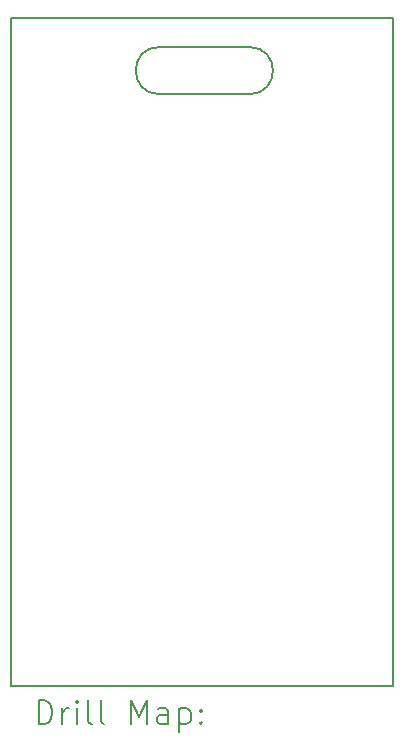
<source format=gbr>
%TF.GenerationSoftware,KiCad,Pcbnew,7.0.2*%
%TF.CreationDate,2023-06-14T17:11:07-03:00*%
%TF.ProjectId,digiKey,64696769-4b65-4792-9e6b-696361645f70,V1*%
%TF.SameCoordinates,Original*%
%TF.FileFunction,Drillmap*%
%TF.FilePolarity,Positive*%
%FSLAX45Y45*%
G04 Gerber Fmt 4.5, Leading zero omitted, Abs format (unit mm)*
G04 Created by KiCad (PCBNEW 7.0.2) date 2023-06-14 17:11:07*
%MOMM*%
%LPD*%
G01*
G04 APERTURE LIST*
%ADD10C,0.200000*%
G04 APERTURE END LIST*
D10*
X14859000Y-10560000D02*
G75*
G03*
X14859000Y-10160000I0J200000D01*
G01*
X14097000Y-10160000D02*
G75*
G03*
X14097000Y-10560000I0J-200000D01*
G01*
X14859000Y-10560000D02*
X14097000Y-10560000D01*
X14097000Y-10160000D02*
X14859000Y-10160000D01*
X12839700Y-9918700D02*
X16078200Y-9918700D01*
X16078200Y-15570200D01*
X12839700Y-15570200D01*
X12839700Y-9918700D01*
X13077319Y-15892724D02*
X13077319Y-15692724D01*
X13077319Y-15692724D02*
X13124938Y-15692724D01*
X13124938Y-15692724D02*
X13153509Y-15702248D01*
X13153509Y-15702248D02*
X13172557Y-15721295D01*
X13172557Y-15721295D02*
X13182081Y-15740343D01*
X13182081Y-15740343D02*
X13191605Y-15778438D01*
X13191605Y-15778438D02*
X13191605Y-15807009D01*
X13191605Y-15807009D02*
X13182081Y-15845105D01*
X13182081Y-15845105D02*
X13172557Y-15864152D01*
X13172557Y-15864152D02*
X13153509Y-15883200D01*
X13153509Y-15883200D02*
X13124938Y-15892724D01*
X13124938Y-15892724D02*
X13077319Y-15892724D01*
X13277319Y-15892724D02*
X13277319Y-15759390D01*
X13277319Y-15797486D02*
X13286843Y-15778438D01*
X13286843Y-15778438D02*
X13296367Y-15768914D01*
X13296367Y-15768914D02*
X13315414Y-15759390D01*
X13315414Y-15759390D02*
X13334462Y-15759390D01*
X13401128Y-15892724D02*
X13401128Y-15759390D01*
X13401128Y-15692724D02*
X13391605Y-15702248D01*
X13391605Y-15702248D02*
X13401128Y-15711771D01*
X13401128Y-15711771D02*
X13410652Y-15702248D01*
X13410652Y-15702248D02*
X13401128Y-15692724D01*
X13401128Y-15692724D02*
X13401128Y-15711771D01*
X13524938Y-15892724D02*
X13505890Y-15883200D01*
X13505890Y-15883200D02*
X13496367Y-15864152D01*
X13496367Y-15864152D02*
X13496367Y-15692724D01*
X13629700Y-15892724D02*
X13610652Y-15883200D01*
X13610652Y-15883200D02*
X13601128Y-15864152D01*
X13601128Y-15864152D02*
X13601128Y-15692724D01*
X13858271Y-15892724D02*
X13858271Y-15692724D01*
X13858271Y-15692724D02*
X13924938Y-15835581D01*
X13924938Y-15835581D02*
X13991605Y-15692724D01*
X13991605Y-15692724D02*
X13991605Y-15892724D01*
X14172557Y-15892724D02*
X14172557Y-15787962D01*
X14172557Y-15787962D02*
X14163033Y-15768914D01*
X14163033Y-15768914D02*
X14143986Y-15759390D01*
X14143986Y-15759390D02*
X14105890Y-15759390D01*
X14105890Y-15759390D02*
X14086843Y-15768914D01*
X14172557Y-15883200D02*
X14153509Y-15892724D01*
X14153509Y-15892724D02*
X14105890Y-15892724D01*
X14105890Y-15892724D02*
X14086843Y-15883200D01*
X14086843Y-15883200D02*
X14077319Y-15864152D01*
X14077319Y-15864152D02*
X14077319Y-15845105D01*
X14077319Y-15845105D02*
X14086843Y-15826057D01*
X14086843Y-15826057D02*
X14105890Y-15816533D01*
X14105890Y-15816533D02*
X14153509Y-15816533D01*
X14153509Y-15816533D02*
X14172557Y-15807009D01*
X14267795Y-15759390D02*
X14267795Y-15959390D01*
X14267795Y-15768914D02*
X14286843Y-15759390D01*
X14286843Y-15759390D02*
X14324938Y-15759390D01*
X14324938Y-15759390D02*
X14343986Y-15768914D01*
X14343986Y-15768914D02*
X14353509Y-15778438D01*
X14353509Y-15778438D02*
X14363033Y-15797486D01*
X14363033Y-15797486D02*
X14363033Y-15854628D01*
X14363033Y-15854628D02*
X14353509Y-15873676D01*
X14353509Y-15873676D02*
X14343986Y-15883200D01*
X14343986Y-15883200D02*
X14324938Y-15892724D01*
X14324938Y-15892724D02*
X14286843Y-15892724D01*
X14286843Y-15892724D02*
X14267795Y-15883200D01*
X14448748Y-15873676D02*
X14458271Y-15883200D01*
X14458271Y-15883200D02*
X14448748Y-15892724D01*
X14448748Y-15892724D02*
X14439224Y-15883200D01*
X14439224Y-15883200D02*
X14448748Y-15873676D01*
X14448748Y-15873676D02*
X14448748Y-15892724D01*
X14448748Y-15768914D02*
X14458271Y-15778438D01*
X14458271Y-15778438D02*
X14448748Y-15787962D01*
X14448748Y-15787962D02*
X14439224Y-15778438D01*
X14439224Y-15778438D02*
X14448748Y-15768914D01*
X14448748Y-15768914D02*
X14448748Y-15787962D01*
M02*

</source>
